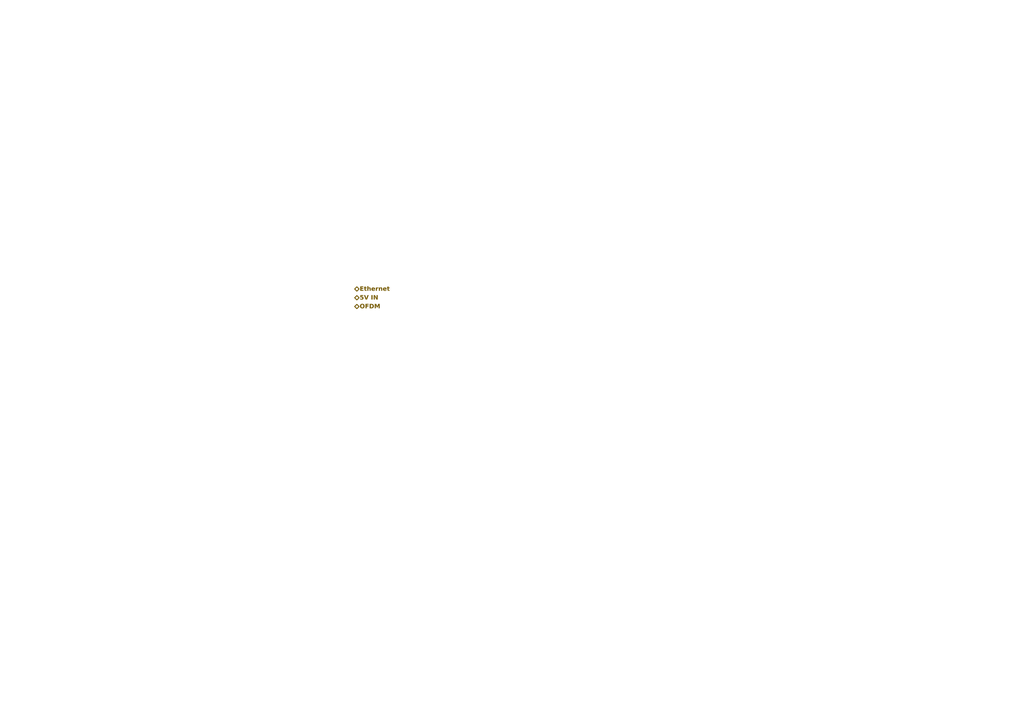
<source format=kicad_sch>
(kicad_sch
	(version 20240101)
	(generator "eeschema")
	(generator_version "8.99")
	(uuid "09e6183f-aea5-4d2a-b11c-82d64c0df918")
	(paper "A4")
	(lib_symbols)
	(hierarchical_label "5V IN"
		(shape bidirectional)
		(at 102.87 86.36 0)
		(fields_autoplaced yes)
		(effects
			(font
				(face "JetBrains Mono")
				(size 1.27 1.27)
				(thickness 0.254)
				(bold yes)
			)
			(justify left)
		)
		(uuid "5a3172d5-3e49-4e76-9984-e493571b77bd")
	)
	(hierarchical_label "Ethernet"
		(shape bidirectional)
		(at 102.87 83.82 0)
		(fields_autoplaced yes)
		(effects
			(font
				(face "JetBrains Mono")
				(size 1.27 1.27)
				(thickness 0.254)
				(bold yes)
			)
			(justify left)
		)
		(uuid "6b0e83c6-9b25-45ed-9c82-39571aad7e54")
	)
	(hierarchical_label "OFDM"
		(shape bidirectional)
		(at 102.87 88.9 0)
		(fields_autoplaced yes)
		(effects
			(font
				(face "JetBrains Mono")
				(size 1.27 1.27)
				(thickness 0.254)
				(bold yes)
			)
			(justify left)
		)
		(uuid "9a5d8e94-dbce-4129-a5ef-870407c94e1e")
	)
)
</source>
